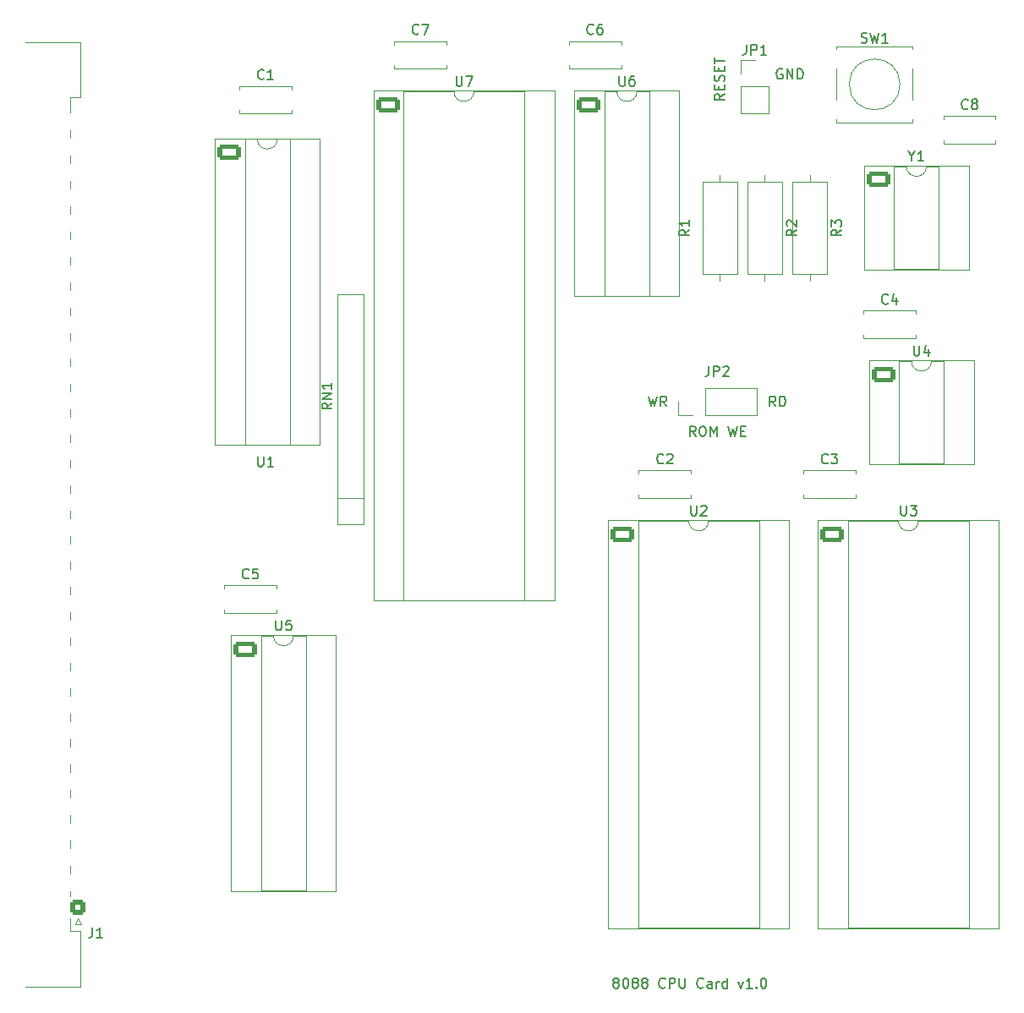
<source format=gto>
G04 #@! TF.GenerationSoftware,KiCad,Pcbnew,9.0.6*
G04 #@! TF.CreationDate,2026-01-24T19:03:13+11:00*
G04 #@! TF.ProjectId,MECB_8088_CPU,4d454342-5f38-4303-9838-5f4350552e6b,1.0*
G04 #@! TF.SameCoordinates,Original*
G04 #@! TF.FileFunction,Legend,Top*
G04 #@! TF.FilePolarity,Positive*
%FSLAX46Y46*%
G04 Gerber Fmt 4.6, Leading zero omitted, Abs format (unit mm)*
G04 Created by KiCad (PCBNEW 9.0.6) date 2026-01-24 19:03:13*
%MOMM*%
%LPD*%
G01*
G04 APERTURE LIST*
G04 Aperture macros list*
%AMRoundRect*
0 Rectangle with rounded corners*
0 $1 Rounding radius*
0 $2 $3 $4 $5 $6 $7 $8 $9 X,Y pos of 4 corners*
0 Add a 4 corners polygon primitive as box body*
4,1,4,$2,$3,$4,$5,$6,$7,$8,$9,$2,$3,0*
0 Add four circle primitives for the rounded corners*
1,1,$1+$1,$2,$3*
1,1,$1+$1,$4,$5*
1,1,$1+$1,$6,$7*
1,1,$1+$1,$8,$9*
0 Add four rect primitives between the rounded corners*
20,1,$1+$1,$2,$3,$4,$5,0*
20,1,$1+$1,$4,$5,$6,$7,0*
20,1,$1+$1,$6,$7,$8,$9,0*
20,1,$1+$1,$8,$9,$2,$3,0*%
G04 Aperture macros list end*
%ADD10C,0.150000*%
%ADD11C,0.120000*%
%ADD12C,3.200000*%
%ADD13C,2.850000*%
%ADD14RoundRect,0.249550X0.525450X-0.525450X0.525450X0.525450X-0.525450X0.525450X-0.525450X-0.525450X0*%
%ADD15C,1.550000*%
%ADD16C,1.397000*%
%ADD17C,1.600000*%
%ADD18RoundRect,0.250000X-0.950000X-0.550000X0.950000X-0.550000X0.950000X0.550000X-0.950000X0.550000X0*%
%ADD19O,2.400000X1.600000*%
%ADD20R,1.600000X1.600000*%
%ADD21R,1.700000X1.700000*%
%ADD22C,1.700000*%
G04 APERTURE END LIST*
D10*
X172238095Y-51962438D02*
X172142857Y-51914819D01*
X172142857Y-51914819D02*
X172000000Y-51914819D01*
X172000000Y-51914819D02*
X171857143Y-51962438D01*
X171857143Y-51962438D02*
X171761905Y-52057676D01*
X171761905Y-52057676D02*
X171714286Y-52152914D01*
X171714286Y-52152914D02*
X171666667Y-52343390D01*
X171666667Y-52343390D02*
X171666667Y-52486247D01*
X171666667Y-52486247D02*
X171714286Y-52676723D01*
X171714286Y-52676723D02*
X171761905Y-52771961D01*
X171761905Y-52771961D02*
X171857143Y-52867200D01*
X171857143Y-52867200D02*
X172000000Y-52914819D01*
X172000000Y-52914819D02*
X172095238Y-52914819D01*
X172095238Y-52914819D02*
X172238095Y-52867200D01*
X172238095Y-52867200D02*
X172285714Y-52819580D01*
X172285714Y-52819580D02*
X172285714Y-52486247D01*
X172285714Y-52486247D02*
X172095238Y-52486247D01*
X172714286Y-52914819D02*
X172714286Y-51914819D01*
X172714286Y-51914819D02*
X173285714Y-52914819D01*
X173285714Y-52914819D02*
X173285714Y-51914819D01*
X173761905Y-52914819D02*
X173761905Y-51914819D01*
X173761905Y-51914819D02*
X174000000Y-51914819D01*
X174000000Y-51914819D02*
X174142857Y-51962438D01*
X174142857Y-51962438D02*
X174238095Y-52057676D01*
X174238095Y-52057676D02*
X174285714Y-52152914D01*
X174285714Y-52152914D02*
X174333333Y-52343390D01*
X174333333Y-52343390D02*
X174333333Y-52486247D01*
X174333333Y-52486247D02*
X174285714Y-52676723D01*
X174285714Y-52676723D02*
X174238095Y-52771961D01*
X174238095Y-52771961D02*
X174142857Y-52867200D01*
X174142857Y-52867200D02*
X174000000Y-52914819D01*
X174000000Y-52914819D02*
X173761905Y-52914819D01*
X158841429Y-84684819D02*
X159079524Y-85684819D01*
X159079524Y-85684819D02*
X159270000Y-84970533D01*
X159270000Y-84970533D02*
X159460476Y-85684819D01*
X159460476Y-85684819D02*
X159698572Y-84684819D01*
X160650952Y-85684819D02*
X160317619Y-85208628D01*
X160079524Y-85684819D02*
X160079524Y-84684819D01*
X160079524Y-84684819D02*
X160460476Y-84684819D01*
X160460476Y-84684819D02*
X160555714Y-84732438D01*
X160555714Y-84732438D02*
X160603333Y-84780057D01*
X160603333Y-84780057D02*
X160650952Y-84875295D01*
X160650952Y-84875295D02*
X160650952Y-85018152D01*
X160650952Y-85018152D02*
X160603333Y-85113390D01*
X160603333Y-85113390D02*
X160555714Y-85161009D01*
X160555714Y-85161009D02*
X160460476Y-85208628D01*
X160460476Y-85208628D02*
X160079524Y-85208628D01*
X171579523Y-85684819D02*
X171246190Y-85208628D01*
X171008095Y-85684819D02*
X171008095Y-84684819D01*
X171008095Y-84684819D02*
X171389047Y-84684819D01*
X171389047Y-84684819D02*
X171484285Y-84732438D01*
X171484285Y-84732438D02*
X171531904Y-84780057D01*
X171531904Y-84780057D02*
X171579523Y-84875295D01*
X171579523Y-84875295D02*
X171579523Y-85018152D01*
X171579523Y-85018152D02*
X171531904Y-85113390D01*
X171531904Y-85113390D02*
X171484285Y-85161009D01*
X171484285Y-85161009D02*
X171389047Y-85208628D01*
X171389047Y-85208628D02*
X171008095Y-85208628D01*
X172008095Y-85684819D02*
X172008095Y-84684819D01*
X172008095Y-84684819D02*
X172246190Y-84684819D01*
X172246190Y-84684819D02*
X172389047Y-84732438D01*
X172389047Y-84732438D02*
X172484285Y-84827676D01*
X172484285Y-84827676D02*
X172531904Y-84922914D01*
X172531904Y-84922914D02*
X172579523Y-85113390D01*
X172579523Y-85113390D02*
X172579523Y-85256247D01*
X172579523Y-85256247D02*
X172531904Y-85446723D01*
X172531904Y-85446723D02*
X172484285Y-85541961D01*
X172484285Y-85541961D02*
X172389047Y-85637200D01*
X172389047Y-85637200D02*
X172246190Y-85684819D01*
X172246190Y-85684819D02*
X172008095Y-85684819D01*
X163579523Y-88684819D02*
X163246190Y-88208628D01*
X163008095Y-88684819D02*
X163008095Y-87684819D01*
X163008095Y-87684819D02*
X163389047Y-87684819D01*
X163389047Y-87684819D02*
X163484285Y-87732438D01*
X163484285Y-87732438D02*
X163531904Y-87780057D01*
X163531904Y-87780057D02*
X163579523Y-87875295D01*
X163579523Y-87875295D02*
X163579523Y-88018152D01*
X163579523Y-88018152D02*
X163531904Y-88113390D01*
X163531904Y-88113390D02*
X163484285Y-88161009D01*
X163484285Y-88161009D02*
X163389047Y-88208628D01*
X163389047Y-88208628D02*
X163008095Y-88208628D01*
X164198571Y-87684819D02*
X164389047Y-87684819D01*
X164389047Y-87684819D02*
X164484285Y-87732438D01*
X164484285Y-87732438D02*
X164579523Y-87827676D01*
X164579523Y-87827676D02*
X164627142Y-88018152D01*
X164627142Y-88018152D02*
X164627142Y-88351485D01*
X164627142Y-88351485D02*
X164579523Y-88541961D01*
X164579523Y-88541961D02*
X164484285Y-88637200D01*
X164484285Y-88637200D02*
X164389047Y-88684819D01*
X164389047Y-88684819D02*
X164198571Y-88684819D01*
X164198571Y-88684819D02*
X164103333Y-88637200D01*
X164103333Y-88637200D02*
X164008095Y-88541961D01*
X164008095Y-88541961D02*
X163960476Y-88351485D01*
X163960476Y-88351485D02*
X163960476Y-88018152D01*
X163960476Y-88018152D02*
X164008095Y-87827676D01*
X164008095Y-87827676D02*
X164103333Y-87732438D01*
X164103333Y-87732438D02*
X164198571Y-87684819D01*
X165055714Y-88684819D02*
X165055714Y-87684819D01*
X165055714Y-87684819D02*
X165389047Y-88399104D01*
X165389047Y-88399104D02*
X165722380Y-87684819D01*
X165722380Y-87684819D02*
X165722380Y-88684819D01*
X166865238Y-87684819D02*
X167103333Y-88684819D01*
X167103333Y-88684819D02*
X167293809Y-87970533D01*
X167293809Y-87970533D02*
X167484285Y-88684819D01*
X167484285Y-88684819D02*
X167722381Y-87684819D01*
X168103333Y-88161009D02*
X168436666Y-88161009D01*
X168579523Y-88684819D02*
X168103333Y-88684819D01*
X168103333Y-88684819D02*
X168103333Y-87684819D01*
X168103333Y-87684819D02*
X168579523Y-87684819D01*
X166454819Y-54412381D02*
X165978628Y-54745714D01*
X166454819Y-54983809D02*
X165454819Y-54983809D01*
X165454819Y-54983809D02*
X165454819Y-54602857D01*
X165454819Y-54602857D02*
X165502438Y-54507619D01*
X165502438Y-54507619D02*
X165550057Y-54460000D01*
X165550057Y-54460000D02*
X165645295Y-54412381D01*
X165645295Y-54412381D02*
X165788152Y-54412381D01*
X165788152Y-54412381D02*
X165883390Y-54460000D01*
X165883390Y-54460000D02*
X165931009Y-54507619D01*
X165931009Y-54507619D02*
X165978628Y-54602857D01*
X165978628Y-54602857D02*
X165978628Y-54983809D01*
X165931009Y-53983809D02*
X165931009Y-53650476D01*
X166454819Y-53507619D02*
X166454819Y-53983809D01*
X166454819Y-53983809D02*
X165454819Y-53983809D01*
X165454819Y-53983809D02*
X165454819Y-53507619D01*
X166407200Y-53126666D02*
X166454819Y-52983809D01*
X166454819Y-52983809D02*
X166454819Y-52745714D01*
X166454819Y-52745714D02*
X166407200Y-52650476D01*
X166407200Y-52650476D02*
X166359580Y-52602857D01*
X166359580Y-52602857D02*
X166264342Y-52555238D01*
X166264342Y-52555238D02*
X166169104Y-52555238D01*
X166169104Y-52555238D02*
X166073866Y-52602857D01*
X166073866Y-52602857D02*
X166026247Y-52650476D01*
X166026247Y-52650476D02*
X165978628Y-52745714D01*
X165978628Y-52745714D02*
X165931009Y-52936190D01*
X165931009Y-52936190D02*
X165883390Y-53031428D01*
X165883390Y-53031428D02*
X165835771Y-53079047D01*
X165835771Y-53079047D02*
X165740533Y-53126666D01*
X165740533Y-53126666D02*
X165645295Y-53126666D01*
X165645295Y-53126666D02*
X165550057Y-53079047D01*
X165550057Y-53079047D02*
X165502438Y-53031428D01*
X165502438Y-53031428D02*
X165454819Y-52936190D01*
X165454819Y-52936190D02*
X165454819Y-52698095D01*
X165454819Y-52698095D02*
X165502438Y-52555238D01*
X165931009Y-52126666D02*
X165931009Y-51793333D01*
X166454819Y-51650476D02*
X166454819Y-52126666D01*
X166454819Y-52126666D02*
X165454819Y-52126666D01*
X165454819Y-52126666D02*
X165454819Y-51650476D01*
X165454819Y-51364761D02*
X165454819Y-50793333D01*
X166454819Y-51079047D02*
X165454819Y-51079047D01*
X155523809Y-143383390D02*
X155428571Y-143335771D01*
X155428571Y-143335771D02*
X155380952Y-143288152D01*
X155380952Y-143288152D02*
X155333333Y-143192914D01*
X155333333Y-143192914D02*
X155333333Y-143145295D01*
X155333333Y-143145295D02*
X155380952Y-143050057D01*
X155380952Y-143050057D02*
X155428571Y-143002438D01*
X155428571Y-143002438D02*
X155523809Y-142954819D01*
X155523809Y-142954819D02*
X155714285Y-142954819D01*
X155714285Y-142954819D02*
X155809523Y-143002438D01*
X155809523Y-143002438D02*
X155857142Y-143050057D01*
X155857142Y-143050057D02*
X155904761Y-143145295D01*
X155904761Y-143145295D02*
X155904761Y-143192914D01*
X155904761Y-143192914D02*
X155857142Y-143288152D01*
X155857142Y-143288152D02*
X155809523Y-143335771D01*
X155809523Y-143335771D02*
X155714285Y-143383390D01*
X155714285Y-143383390D02*
X155523809Y-143383390D01*
X155523809Y-143383390D02*
X155428571Y-143431009D01*
X155428571Y-143431009D02*
X155380952Y-143478628D01*
X155380952Y-143478628D02*
X155333333Y-143573866D01*
X155333333Y-143573866D02*
X155333333Y-143764342D01*
X155333333Y-143764342D02*
X155380952Y-143859580D01*
X155380952Y-143859580D02*
X155428571Y-143907200D01*
X155428571Y-143907200D02*
X155523809Y-143954819D01*
X155523809Y-143954819D02*
X155714285Y-143954819D01*
X155714285Y-143954819D02*
X155809523Y-143907200D01*
X155809523Y-143907200D02*
X155857142Y-143859580D01*
X155857142Y-143859580D02*
X155904761Y-143764342D01*
X155904761Y-143764342D02*
X155904761Y-143573866D01*
X155904761Y-143573866D02*
X155857142Y-143478628D01*
X155857142Y-143478628D02*
X155809523Y-143431009D01*
X155809523Y-143431009D02*
X155714285Y-143383390D01*
X156523809Y-142954819D02*
X156619047Y-142954819D01*
X156619047Y-142954819D02*
X156714285Y-143002438D01*
X156714285Y-143002438D02*
X156761904Y-143050057D01*
X156761904Y-143050057D02*
X156809523Y-143145295D01*
X156809523Y-143145295D02*
X156857142Y-143335771D01*
X156857142Y-143335771D02*
X156857142Y-143573866D01*
X156857142Y-143573866D02*
X156809523Y-143764342D01*
X156809523Y-143764342D02*
X156761904Y-143859580D01*
X156761904Y-143859580D02*
X156714285Y-143907200D01*
X156714285Y-143907200D02*
X156619047Y-143954819D01*
X156619047Y-143954819D02*
X156523809Y-143954819D01*
X156523809Y-143954819D02*
X156428571Y-143907200D01*
X156428571Y-143907200D02*
X156380952Y-143859580D01*
X156380952Y-143859580D02*
X156333333Y-143764342D01*
X156333333Y-143764342D02*
X156285714Y-143573866D01*
X156285714Y-143573866D02*
X156285714Y-143335771D01*
X156285714Y-143335771D02*
X156333333Y-143145295D01*
X156333333Y-143145295D02*
X156380952Y-143050057D01*
X156380952Y-143050057D02*
X156428571Y-143002438D01*
X156428571Y-143002438D02*
X156523809Y-142954819D01*
X157428571Y-143383390D02*
X157333333Y-143335771D01*
X157333333Y-143335771D02*
X157285714Y-143288152D01*
X157285714Y-143288152D02*
X157238095Y-143192914D01*
X157238095Y-143192914D02*
X157238095Y-143145295D01*
X157238095Y-143145295D02*
X157285714Y-143050057D01*
X157285714Y-143050057D02*
X157333333Y-143002438D01*
X157333333Y-143002438D02*
X157428571Y-142954819D01*
X157428571Y-142954819D02*
X157619047Y-142954819D01*
X157619047Y-142954819D02*
X157714285Y-143002438D01*
X157714285Y-143002438D02*
X157761904Y-143050057D01*
X157761904Y-143050057D02*
X157809523Y-143145295D01*
X157809523Y-143145295D02*
X157809523Y-143192914D01*
X157809523Y-143192914D02*
X157761904Y-143288152D01*
X157761904Y-143288152D02*
X157714285Y-143335771D01*
X157714285Y-143335771D02*
X157619047Y-143383390D01*
X157619047Y-143383390D02*
X157428571Y-143383390D01*
X157428571Y-143383390D02*
X157333333Y-143431009D01*
X157333333Y-143431009D02*
X157285714Y-143478628D01*
X157285714Y-143478628D02*
X157238095Y-143573866D01*
X157238095Y-143573866D02*
X157238095Y-143764342D01*
X157238095Y-143764342D02*
X157285714Y-143859580D01*
X157285714Y-143859580D02*
X157333333Y-143907200D01*
X157333333Y-143907200D02*
X157428571Y-143954819D01*
X157428571Y-143954819D02*
X157619047Y-143954819D01*
X157619047Y-143954819D02*
X157714285Y-143907200D01*
X157714285Y-143907200D02*
X157761904Y-143859580D01*
X157761904Y-143859580D02*
X157809523Y-143764342D01*
X157809523Y-143764342D02*
X157809523Y-143573866D01*
X157809523Y-143573866D02*
X157761904Y-143478628D01*
X157761904Y-143478628D02*
X157714285Y-143431009D01*
X157714285Y-143431009D02*
X157619047Y-143383390D01*
X158380952Y-143383390D02*
X158285714Y-143335771D01*
X158285714Y-143335771D02*
X158238095Y-143288152D01*
X158238095Y-143288152D02*
X158190476Y-143192914D01*
X158190476Y-143192914D02*
X158190476Y-143145295D01*
X158190476Y-143145295D02*
X158238095Y-143050057D01*
X158238095Y-143050057D02*
X158285714Y-143002438D01*
X158285714Y-143002438D02*
X158380952Y-142954819D01*
X158380952Y-142954819D02*
X158571428Y-142954819D01*
X158571428Y-142954819D02*
X158666666Y-143002438D01*
X158666666Y-143002438D02*
X158714285Y-143050057D01*
X158714285Y-143050057D02*
X158761904Y-143145295D01*
X158761904Y-143145295D02*
X158761904Y-143192914D01*
X158761904Y-143192914D02*
X158714285Y-143288152D01*
X158714285Y-143288152D02*
X158666666Y-143335771D01*
X158666666Y-143335771D02*
X158571428Y-143383390D01*
X158571428Y-143383390D02*
X158380952Y-143383390D01*
X158380952Y-143383390D02*
X158285714Y-143431009D01*
X158285714Y-143431009D02*
X158238095Y-143478628D01*
X158238095Y-143478628D02*
X158190476Y-143573866D01*
X158190476Y-143573866D02*
X158190476Y-143764342D01*
X158190476Y-143764342D02*
X158238095Y-143859580D01*
X158238095Y-143859580D02*
X158285714Y-143907200D01*
X158285714Y-143907200D02*
X158380952Y-143954819D01*
X158380952Y-143954819D02*
X158571428Y-143954819D01*
X158571428Y-143954819D02*
X158666666Y-143907200D01*
X158666666Y-143907200D02*
X158714285Y-143859580D01*
X158714285Y-143859580D02*
X158761904Y-143764342D01*
X158761904Y-143764342D02*
X158761904Y-143573866D01*
X158761904Y-143573866D02*
X158714285Y-143478628D01*
X158714285Y-143478628D02*
X158666666Y-143431009D01*
X158666666Y-143431009D02*
X158571428Y-143383390D01*
X160523809Y-143859580D02*
X160476190Y-143907200D01*
X160476190Y-143907200D02*
X160333333Y-143954819D01*
X160333333Y-143954819D02*
X160238095Y-143954819D01*
X160238095Y-143954819D02*
X160095238Y-143907200D01*
X160095238Y-143907200D02*
X160000000Y-143811961D01*
X160000000Y-143811961D02*
X159952381Y-143716723D01*
X159952381Y-143716723D02*
X159904762Y-143526247D01*
X159904762Y-143526247D02*
X159904762Y-143383390D01*
X159904762Y-143383390D02*
X159952381Y-143192914D01*
X159952381Y-143192914D02*
X160000000Y-143097676D01*
X160000000Y-143097676D02*
X160095238Y-143002438D01*
X160095238Y-143002438D02*
X160238095Y-142954819D01*
X160238095Y-142954819D02*
X160333333Y-142954819D01*
X160333333Y-142954819D02*
X160476190Y-143002438D01*
X160476190Y-143002438D02*
X160523809Y-143050057D01*
X160952381Y-143954819D02*
X160952381Y-142954819D01*
X160952381Y-142954819D02*
X161333333Y-142954819D01*
X161333333Y-142954819D02*
X161428571Y-143002438D01*
X161428571Y-143002438D02*
X161476190Y-143050057D01*
X161476190Y-143050057D02*
X161523809Y-143145295D01*
X161523809Y-143145295D02*
X161523809Y-143288152D01*
X161523809Y-143288152D02*
X161476190Y-143383390D01*
X161476190Y-143383390D02*
X161428571Y-143431009D01*
X161428571Y-143431009D02*
X161333333Y-143478628D01*
X161333333Y-143478628D02*
X160952381Y-143478628D01*
X161952381Y-142954819D02*
X161952381Y-143764342D01*
X161952381Y-143764342D02*
X162000000Y-143859580D01*
X162000000Y-143859580D02*
X162047619Y-143907200D01*
X162047619Y-143907200D02*
X162142857Y-143954819D01*
X162142857Y-143954819D02*
X162333333Y-143954819D01*
X162333333Y-143954819D02*
X162428571Y-143907200D01*
X162428571Y-143907200D02*
X162476190Y-143859580D01*
X162476190Y-143859580D02*
X162523809Y-143764342D01*
X162523809Y-143764342D02*
X162523809Y-142954819D01*
X164333333Y-143859580D02*
X164285714Y-143907200D01*
X164285714Y-143907200D02*
X164142857Y-143954819D01*
X164142857Y-143954819D02*
X164047619Y-143954819D01*
X164047619Y-143954819D02*
X163904762Y-143907200D01*
X163904762Y-143907200D02*
X163809524Y-143811961D01*
X163809524Y-143811961D02*
X163761905Y-143716723D01*
X163761905Y-143716723D02*
X163714286Y-143526247D01*
X163714286Y-143526247D02*
X163714286Y-143383390D01*
X163714286Y-143383390D02*
X163761905Y-143192914D01*
X163761905Y-143192914D02*
X163809524Y-143097676D01*
X163809524Y-143097676D02*
X163904762Y-143002438D01*
X163904762Y-143002438D02*
X164047619Y-142954819D01*
X164047619Y-142954819D02*
X164142857Y-142954819D01*
X164142857Y-142954819D02*
X164285714Y-143002438D01*
X164285714Y-143002438D02*
X164333333Y-143050057D01*
X165190476Y-143954819D02*
X165190476Y-143431009D01*
X165190476Y-143431009D02*
X165142857Y-143335771D01*
X165142857Y-143335771D02*
X165047619Y-143288152D01*
X165047619Y-143288152D02*
X164857143Y-143288152D01*
X164857143Y-143288152D02*
X164761905Y-143335771D01*
X165190476Y-143907200D02*
X165095238Y-143954819D01*
X165095238Y-143954819D02*
X164857143Y-143954819D01*
X164857143Y-143954819D02*
X164761905Y-143907200D01*
X164761905Y-143907200D02*
X164714286Y-143811961D01*
X164714286Y-143811961D02*
X164714286Y-143716723D01*
X164714286Y-143716723D02*
X164761905Y-143621485D01*
X164761905Y-143621485D02*
X164857143Y-143573866D01*
X164857143Y-143573866D02*
X165095238Y-143573866D01*
X165095238Y-143573866D02*
X165190476Y-143526247D01*
X165666667Y-143954819D02*
X165666667Y-143288152D01*
X165666667Y-143478628D02*
X165714286Y-143383390D01*
X165714286Y-143383390D02*
X165761905Y-143335771D01*
X165761905Y-143335771D02*
X165857143Y-143288152D01*
X165857143Y-143288152D02*
X165952381Y-143288152D01*
X166714286Y-143954819D02*
X166714286Y-142954819D01*
X166714286Y-143907200D02*
X166619048Y-143954819D01*
X166619048Y-143954819D02*
X166428572Y-143954819D01*
X166428572Y-143954819D02*
X166333334Y-143907200D01*
X166333334Y-143907200D02*
X166285715Y-143859580D01*
X166285715Y-143859580D02*
X166238096Y-143764342D01*
X166238096Y-143764342D02*
X166238096Y-143478628D01*
X166238096Y-143478628D02*
X166285715Y-143383390D01*
X166285715Y-143383390D02*
X166333334Y-143335771D01*
X166333334Y-143335771D02*
X166428572Y-143288152D01*
X166428572Y-143288152D02*
X166619048Y-143288152D01*
X166619048Y-143288152D02*
X166714286Y-143335771D01*
X167857144Y-143288152D02*
X168095239Y-143954819D01*
X168095239Y-143954819D02*
X168333334Y-143288152D01*
X169238096Y-143954819D02*
X168666668Y-143954819D01*
X168952382Y-143954819D02*
X168952382Y-142954819D01*
X168952382Y-142954819D02*
X168857144Y-143097676D01*
X168857144Y-143097676D02*
X168761906Y-143192914D01*
X168761906Y-143192914D02*
X168666668Y-143240533D01*
X169666668Y-143859580D02*
X169714287Y-143907200D01*
X169714287Y-143907200D02*
X169666668Y-143954819D01*
X169666668Y-143954819D02*
X169619049Y-143907200D01*
X169619049Y-143907200D02*
X169666668Y-143859580D01*
X169666668Y-143859580D02*
X169666668Y-143954819D01*
X170333334Y-142954819D02*
X170428572Y-142954819D01*
X170428572Y-142954819D02*
X170523810Y-143002438D01*
X170523810Y-143002438D02*
X170571429Y-143050057D01*
X170571429Y-143050057D02*
X170619048Y-143145295D01*
X170619048Y-143145295D02*
X170666667Y-143335771D01*
X170666667Y-143335771D02*
X170666667Y-143573866D01*
X170666667Y-143573866D02*
X170619048Y-143764342D01*
X170619048Y-143764342D02*
X170571429Y-143859580D01*
X170571429Y-143859580D02*
X170523810Y-143907200D01*
X170523810Y-143907200D02*
X170428572Y-143954819D01*
X170428572Y-143954819D02*
X170333334Y-143954819D01*
X170333334Y-143954819D02*
X170238096Y-143907200D01*
X170238096Y-143907200D02*
X170190477Y-143859580D01*
X170190477Y-143859580D02*
X170142858Y-143764342D01*
X170142858Y-143764342D02*
X170095239Y-143573866D01*
X170095239Y-143573866D02*
X170095239Y-143335771D01*
X170095239Y-143335771D02*
X170142858Y-143145295D01*
X170142858Y-143145295D02*
X170190477Y-143050057D01*
X170190477Y-143050057D02*
X170238096Y-143002438D01*
X170238096Y-143002438D02*
X170333334Y-142954819D01*
X103171666Y-137884819D02*
X103171666Y-138599104D01*
X103171666Y-138599104D02*
X103124047Y-138741961D01*
X103124047Y-138741961D02*
X103028809Y-138837200D01*
X103028809Y-138837200D02*
X102885952Y-138884819D01*
X102885952Y-138884819D02*
X102790714Y-138884819D01*
X104171666Y-138884819D02*
X103600238Y-138884819D01*
X103885952Y-138884819D02*
X103885952Y-137884819D01*
X103885952Y-137884819D02*
X103790714Y-138027676D01*
X103790714Y-138027676D02*
X103695476Y-138122914D01*
X103695476Y-138122914D02*
X103600238Y-138170533D01*
X180166667Y-49247200D02*
X180309524Y-49294819D01*
X180309524Y-49294819D02*
X180547619Y-49294819D01*
X180547619Y-49294819D02*
X180642857Y-49247200D01*
X180642857Y-49247200D02*
X180690476Y-49199580D01*
X180690476Y-49199580D02*
X180738095Y-49104342D01*
X180738095Y-49104342D02*
X180738095Y-49009104D01*
X180738095Y-49009104D02*
X180690476Y-48913866D01*
X180690476Y-48913866D02*
X180642857Y-48866247D01*
X180642857Y-48866247D02*
X180547619Y-48818628D01*
X180547619Y-48818628D02*
X180357143Y-48771009D01*
X180357143Y-48771009D02*
X180261905Y-48723390D01*
X180261905Y-48723390D02*
X180214286Y-48675771D01*
X180214286Y-48675771D02*
X180166667Y-48580533D01*
X180166667Y-48580533D02*
X180166667Y-48485295D01*
X180166667Y-48485295D02*
X180214286Y-48390057D01*
X180214286Y-48390057D02*
X180261905Y-48342438D01*
X180261905Y-48342438D02*
X180357143Y-48294819D01*
X180357143Y-48294819D02*
X180595238Y-48294819D01*
X180595238Y-48294819D02*
X180738095Y-48342438D01*
X181071429Y-48294819D02*
X181309524Y-49294819D01*
X181309524Y-49294819D02*
X181500000Y-48580533D01*
X181500000Y-48580533D02*
X181690476Y-49294819D01*
X181690476Y-49294819D02*
X181928572Y-48294819D01*
X182833333Y-49294819D02*
X182261905Y-49294819D01*
X182547619Y-49294819D02*
X182547619Y-48294819D01*
X182547619Y-48294819D02*
X182452381Y-48437676D01*
X182452381Y-48437676D02*
X182357143Y-48532914D01*
X182357143Y-48532914D02*
X182261905Y-48580533D01*
X182833333Y-75359580D02*
X182785714Y-75407200D01*
X182785714Y-75407200D02*
X182642857Y-75454819D01*
X182642857Y-75454819D02*
X182547619Y-75454819D01*
X182547619Y-75454819D02*
X182404762Y-75407200D01*
X182404762Y-75407200D02*
X182309524Y-75311961D01*
X182309524Y-75311961D02*
X182261905Y-75216723D01*
X182261905Y-75216723D02*
X182214286Y-75026247D01*
X182214286Y-75026247D02*
X182214286Y-74883390D01*
X182214286Y-74883390D02*
X182261905Y-74692914D01*
X182261905Y-74692914D02*
X182309524Y-74597676D01*
X182309524Y-74597676D02*
X182404762Y-74502438D01*
X182404762Y-74502438D02*
X182547619Y-74454819D01*
X182547619Y-74454819D02*
X182642857Y-74454819D01*
X182642857Y-74454819D02*
X182785714Y-74502438D01*
X182785714Y-74502438D02*
X182833333Y-74550057D01*
X183690476Y-74788152D02*
X183690476Y-75454819D01*
X183452381Y-74407200D02*
X183214286Y-75121485D01*
X183214286Y-75121485D02*
X183833333Y-75121485D01*
X163118095Y-95624819D02*
X163118095Y-96434342D01*
X163118095Y-96434342D02*
X163165714Y-96529580D01*
X163165714Y-96529580D02*
X163213333Y-96577200D01*
X163213333Y-96577200D02*
X163308571Y-96624819D01*
X163308571Y-96624819D02*
X163499047Y-96624819D01*
X163499047Y-96624819D02*
X163594285Y-96577200D01*
X163594285Y-96577200D02*
X163641904Y-96529580D01*
X163641904Y-96529580D02*
X163689523Y-96434342D01*
X163689523Y-96434342D02*
X163689523Y-95624819D01*
X164118095Y-95720057D02*
X164165714Y-95672438D01*
X164165714Y-95672438D02*
X164260952Y-95624819D01*
X164260952Y-95624819D02*
X164499047Y-95624819D01*
X164499047Y-95624819D02*
X164594285Y-95672438D01*
X164594285Y-95672438D02*
X164641904Y-95720057D01*
X164641904Y-95720057D02*
X164689523Y-95815295D01*
X164689523Y-95815295D02*
X164689523Y-95910533D01*
X164689523Y-95910533D02*
X164641904Y-96053390D01*
X164641904Y-96053390D02*
X164070476Y-96624819D01*
X164070476Y-96624819D02*
X164689523Y-96624819D01*
X127144819Y-85380476D02*
X126668628Y-85713809D01*
X127144819Y-85951904D02*
X126144819Y-85951904D01*
X126144819Y-85951904D02*
X126144819Y-85570952D01*
X126144819Y-85570952D02*
X126192438Y-85475714D01*
X126192438Y-85475714D02*
X126240057Y-85428095D01*
X126240057Y-85428095D02*
X126335295Y-85380476D01*
X126335295Y-85380476D02*
X126478152Y-85380476D01*
X126478152Y-85380476D02*
X126573390Y-85428095D01*
X126573390Y-85428095D02*
X126621009Y-85475714D01*
X126621009Y-85475714D02*
X126668628Y-85570952D01*
X126668628Y-85570952D02*
X126668628Y-85951904D01*
X127144819Y-84951904D02*
X126144819Y-84951904D01*
X126144819Y-84951904D02*
X127144819Y-84380476D01*
X127144819Y-84380476D02*
X126144819Y-84380476D01*
X127144819Y-83380476D02*
X127144819Y-83951904D01*
X127144819Y-83666190D02*
X126144819Y-83666190D01*
X126144819Y-83666190D02*
X126287676Y-83761428D01*
X126287676Y-83761428D02*
X126382914Y-83856666D01*
X126382914Y-83856666D02*
X126430533Y-83951904D01*
X160333333Y-91359580D02*
X160285714Y-91407200D01*
X160285714Y-91407200D02*
X160142857Y-91454819D01*
X160142857Y-91454819D02*
X160047619Y-91454819D01*
X160047619Y-91454819D02*
X159904762Y-91407200D01*
X159904762Y-91407200D02*
X159809524Y-91311961D01*
X159809524Y-91311961D02*
X159761905Y-91216723D01*
X159761905Y-91216723D02*
X159714286Y-91026247D01*
X159714286Y-91026247D02*
X159714286Y-90883390D01*
X159714286Y-90883390D02*
X159761905Y-90692914D01*
X159761905Y-90692914D02*
X159809524Y-90597676D01*
X159809524Y-90597676D02*
X159904762Y-90502438D01*
X159904762Y-90502438D02*
X160047619Y-90454819D01*
X160047619Y-90454819D02*
X160142857Y-90454819D01*
X160142857Y-90454819D02*
X160285714Y-90502438D01*
X160285714Y-90502438D02*
X160333333Y-90550057D01*
X160714286Y-90550057D02*
X160761905Y-90502438D01*
X160761905Y-90502438D02*
X160857143Y-90454819D01*
X160857143Y-90454819D02*
X161095238Y-90454819D01*
X161095238Y-90454819D02*
X161190476Y-90502438D01*
X161190476Y-90502438D02*
X161238095Y-90550057D01*
X161238095Y-90550057D02*
X161285714Y-90645295D01*
X161285714Y-90645295D02*
X161285714Y-90740533D01*
X161285714Y-90740533D02*
X161238095Y-90883390D01*
X161238095Y-90883390D02*
X160666667Y-91454819D01*
X160666667Y-91454819D02*
X161285714Y-91454819D01*
X176833333Y-91359580D02*
X176785714Y-91407200D01*
X176785714Y-91407200D02*
X176642857Y-91454819D01*
X176642857Y-91454819D02*
X176547619Y-91454819D01*
X176547619Y-91454819D02*
X176404762Y-91407200D01*
X176404762Y-91407200D02*
X176309524Y-91311961D01*
X176309524Y-91311961D02*
X176261905Y-91216723D01*
X176261905Y-91216723D02*
X176214286Y-91026247D01*
X176214286Y-91026247D02*
X176214286Y-90883390D01*
X176214286Y-90883390D02*
X176261905Y-90692914D01*
X176261905Y-90692914D02*
X176309524Y-90597676D01*
X176309524Y-90597676D02*
X176404762Y-90502438D01*
X176404762Y-90502438D02*
X176547619Y-90454819D01*
X176547619Y-90454819D02*
X176642857Y-90454819D01*
X176642857Y-90454819D02*
X176785714Y-90502438D01*
X176785714Y-90502438D02*
X176833333Y-90550057D01*
X177166667Y-90454819D02*
X177785714Y-90454819D01*
X177785714Y-90454819D02*
X177452381Y-90835771D01*
X177452381Y-90835771D02*
X177595238Y-90835771D01*
X177595238Y-90835771D02*
X177690476Y-90883390D01*
X177690476Y-90883390D02*
X177738095Y-90931009D01*
X177738095Y-90931009D02*
X177785714Y-91026247D01*
X177785714Y-91026247D02*
X177785714Y-91264342D01*
X177785714Y-91264342D02*
X177738095Y-91359580D01*
X177738095Y-91359580D02*
X177690476Y-91407200D01*
X177690476Y-91407200D02*
X177595238Y-91454819D01*
X177595238Y-91454819D02*
X177309524Y-91454819D01*
X177309524Y-91454819D02*
X177214286Y-91407200D01*
X177214286Y-91407200D02*
X177166667Y-91359580D01*
X119738095Y-90714819D02*
X119738095Y-91524342D01*
X119738095Y-91524342D02*
X119785714Y-91619580D01*
X119785714Y-91619580D02*
X119833333Y-91667200D01*
X119833333Y-91667200D02*
X119928571Y-91714819D01*
X119928571Y-91714819D02*
X120119047Y-91714819D01*
X120119047Y-91714819D02*
X120214285Y-91667200D01*
X120214285Y-91667200D02*
X120261904Y-91619580D01*
X120261904Y-91619580D02*
X120309523Y-91524342D01*
X120309523Y-91524342D02*
X120309523Y-90714819D01*
X121309523Y-91714819D02*
X120738095Y-91714819D01*
X121023809Y-91714819D02*
X121023809Y-90714819D01*
X121023809Y-90714819D02*
X120928571Y-90857676D01*
X120928571Y-90857676D02*
X120833333Y-90952914D01*
X120833333Y-90952914D02*
X120738095Y-91000533D01*
X168666666Y-49494819D02*
X168666666Y-50209104D01*
X168666666Y-50209104D02*
X168619047Y-50351961D01*
X168619047Y-50351961D02*
X168523809Y-50447200D01*
X168523809Y-50447200D02*
X168380952Y-50494819D01*
X168380952Y-50494819D02*
X168285714Y-50494819D01*
X169142857Y-50494819D02*
X169142857Y-49494819D01*
X169142857Y-49494819D02*
X169523809Y-49494819D01*
X169523809Y-49494819D02*
X169619047Y-49542438D01*
X169619047Y-49542438D02*
X169666666Y-49590057D01*
X169666666Y-49590057D02*
X169714285Y-49685295D01*
X169714285Y-49685295D02*
X169714285Y-49828152D01*
X169714285Y-49828152D02*
X169666666Y-49923390D01*
X169666666Y-49923390D02*
X169619047Y-49971009D01*
X169619047Y-49971009D02*
X169523809Y-50018628D01*
X169523809Y-50018628D02*
X169142857Y-50018628D01*
X170666666Y-50494819D02*
X170095238Y-50494819D01*
X170380952Y-50494819D02*
X170380952Y-49494819D01*
X170380952Y-49494819D02*
X170285714Y-49637676D01*
X170285714Y-49637676D02*
X170190476Y-49732914D01*
X170190476Y-49732914D02*
X170095238Y-49780533D01*
X185428095Y-79624819D02*
X185428095Y-80434342D01*
X185428095Y-80434342D02*
X185475714Y-80529580D01*
X185475714Y-80529580D02*
X185523333Y-80577200D01*
X185523333Y-80577200D02*
X185618571Y-80624819D01*
X185618571Y-80624819D02*
X185809047Y-80624819D01*
X185809047Y-80624819D02*
X185904285Y-80577200D01*
X185904285Y-80577200D02*
X185951904Y-80529580D01*
X185951904Y-80529580D02*
X185999523Y-80434342D01*
X185999523Y-80434342D02*
X185999523Y-79624819D01*
X186904285Y-79958152D02*
X186904285Y-80624819D01*
X186666190Y-79577200D02*
X186428095Y-80291485D01*
X186428095Y-80291485D02*
X187047142Y-80291485D01*
X190833333Y-55859580D02*
X190785714Y-55907200D01*
X190785714Y-55907200D02*
X190642857Y-55954819D01*
X190642857Y-55954819D02*
X190547619Y-55954819D01*
X190547619Y-55954819D02*
X190404762Y-55907200D01*
X190404762Y-55907200D02*
X190309524Y-55811961D01*
X190309524Y-55811961D02*
X190261905Y-55716723D01*
X190261905Y-55716723D02*
X190214286Y-55526247D01*
X190214286Y-55526247D02*
X190214286Y-55383390D01*
X190214286Y-55383390D02*
X190261905Y-55192914D01*
X190261905Y-55192914D02*
X190309524Y-55097676D01*
X190309524Y-55097676D02*
X190404762Y-55002438D01*
X190404762Y-55002438D02*
X190547619Y-54954819D01*
X190547619Y-54954819D02*
X190642857Y-54954819D01*
X190642857Y-54954819D02*
X190785714Y-55002438D01*
X190785714Y-55002438D02*
X190833333Y-55050057D01*
X191404762Y-55383390D02*
X191309524Y-55335771D01*
X191309524Y-55335771D02*
X191261905Y-55288152D01*
X191261905Y-55288152D02*
X191214286Y-55192914D01*
X191214286Y-55192914D02*
X191214286Y-55145295D01*
X191214286Y-55145295D02*
X191261905Y-55050057D01*
X191261905Y-55050057D02*
X191309524Y-55002438D01*
X191309524Y-55002438D02*
X191404762Y-54954819D01*
X191404762Y-54954819D02*
X191595238Y-54954819D01*
X191595238Y-54954819D02*
X191690476Y-55002438D01*
X191690476Y-55002438D02*
X191738095Y-55050057D01*
X191738095Y-55050057D02*
X191785714Y-55145295D01*
X191785714Y-55145295D02*
X191785714Y-55192914D01*
X191785714Y-55192914D02*
X191738095Y-55288152D01*
X191738095Y-55288152D02*
X191690476Y-55335771D01*
X191690476Y-55335771D02*
X191595238Y-55383390D01*
X191595238Y-55383390D02*
X191404762Y-55383390D01*
X191404762Y-55383390D02*
X191309524Y-55431009D01*
X191309524Y-55431009D02*
X191261905Y-55478628D01*
X191261905Y-55478628D02*
X191214286Y-55573866D01*
X191214286Y-55573866D02*
X191214286Y-55764342D01*
X191214286Y-55764342D02*
X191261905Y-55859580D01*
X191261905Y-55859580D02*
X191309524Y-55907200D01*
X191309524Y-55907200D02*
X191404762Y-55954819D01*
X191404762Y-55954819D02*
X191595238Y-55954819D01*
X191595238Y-55954819D02*
X191690476Y-55907200D01*
X191690476Y-55907200D02*
X191738095Y-55859580D01*
X191738095Y-55859580D02*
X191785714Y-55764342D01*
X191785714Y-55764342D02*
X191785714Y-55573866D01*
X191785714Y-55573866D02*
X191738095Y-55478628D01*
X191738095Y-55478628D02*
X191690476Y-55431009D01*
X191690476Y-55431009D02*
X191595238Y-55383390D01*
X185213809Y-60648628D02*
X185213809Y-61124819D01*
X184880476Y-60124819D02*
X185213809Y-60648628D01*
X185213809Y-60648628D02*
X185547142Y-60124819D01*
X186404285Y-61124819D02*
X185832857Y-61124819D01*
X186118571Y-61124819D02*
X186118571Y-60124819D01*
X186118571Y-60124819D02*
X186023333Y-60267676D01*
X186023333Y-60267676D02*
X185928095Y-60362914D01*
X185928095Y-60362914D02*
X185832857Y-60410533D01*
X120333333Y-52859580D02*
X120285714Y-52907200D01*
X120285714Y-52907200D02*
X120142857Y-52954819D01*
X120142857Y-52954819D02*
X120047619Y-52954819D01*
X120047619Y-52954819D02*
X119904762Y-52907200D01*
X119904762Y-52907200D02*
X119809524Y-52811961D01*
X119809524Y-52811961D02*
X119761905Y-52716723D01*
X119761905Y-52716723D02*
X119714286Y-52526247D01*
X119714286Y-52526247D02*
X119714286Y-52383390D01*
X119714286Y-52383390D02*
X119761905Y-52192914D01*
X119761905Y-52192914D02*
X119809524Y-52097676D01*
X119809524Y-52097676D02*
X119904762Y-52002438D01*
X119904762Y-52002438D02*
X120047619Y-51954819D01*
X120047619Y-51954819D02*
X120142857Y-51954819D01*
X120142857Y-51954819D02*
X120285714Y-52002438D01*
X120285714Y-52002438D02*
X120333333Y-52050057D01*
X121285714Y-52954819D02*
X120714286Y-52954819D01*
X121000000Y-52954819D02*
X121000000Y-51954819D01*
X121000000Y-51954819D02*
X120904762Y-52097676D01*
X120904762Y-52097676D02*
X120809524Y-52192914D01*
X120809524Y-52192914D02*
X120714286Y-52240533D01*
X118833333Y-102859580D02*
X118785714Y-102907200D01*
X118785714Y-102907200D02*
X118642857Y-102954819D01*
X118642857Y-102954819D02*
X118547619Y-102954819D01*
X118547619Y-102954819D02*
X118404762Y-102907200D01*
X118404762Y-102907200D02*
X118309524Y-102811961D01*
X118309524Y-102811961D02*
X118261905Y-102716723D01*
X118261905Y-102716723D02*
X118214286Y-102526247D01*
X118214286Y-102526247D02*
X118214286Y-102383390D01*
X118214286Y-102383390D02*
X118261905Y-102192914D01*
X118261905Y-102192914D02*
X118309524Y-102097676D01*
X118309524Y-102097676D02*
X118404762Y-102002438D01*
X118404762Y-102002438D02*
X118547619Y-101954819D01*
X118547619Y-101954819D02*
X118642857Y-101954819D01*
X118642857Y-101954819D02*
X118785714Y-102002438D01*
X118785714Y-102002438D02*
X118833333Y-102050057D01*
X119738095Y-101954819D02*
X119261905Y-101954819D01*
X119261905Y-101954819D02*
X119214286Y-102431009D01*
X119214286Y-102431009D02*
X119261905Y-102383390D01*
X119261905Y-102383390D02*
X119357143Y-102335771D01*
X119357143Y-102335771D02*
X119595238Y-102335771D01*
X119595238Y-102335771D02*
X119690476Y-102383390D01*
X119690476Y-102383390D02*
X119738095Y-102431009D01*
X119738095Y-102431009D02*
X119785714Y-102526247D01*
X119785714Y-102526247D02*
X119785714Y-102764342D01*
X119785714Y-102764342D02*
X119738095Y-102859580D01*
X119738095Y-102859580D02*
X119690476Y-102907200D01*
X119690476Y-102907200D02*
X119595238Y-102954819D01*
X119595238Y-102954819D02*
X119357143Y-102954819D01*
X119357143Y-102954819D02*
X119261905Y-102907200D01*
X119261905Y-102907200D02*
X119214286Y-102859580D01*
X162954819Y-68016666D02*
X162478628Y-68349999D01*
X162954819Y-68588094D02*
X161954819Y-68588094D01*
X161954819Y-68588094D02*
X161954819Y-68207142D01*
X161954819Y-68207142D02*
X162002438Y-68111904D01*
X162002438Y-68111904D02*
X162050057Y-68064285D01*
X162050057Y-68064285D02*
X162145295Y-68016666D01*
X162145295Y-68016666D02*
X162288152Y-68016666D01*
X162288152Y-68016666D02*
X162383390Y-68064285D01*
X162383390Y-68064285D02*
X162431009Y-68111904D01*
X162431009Y-68111904D02*
X162478628Y-68207142D01*
X162478628Y-68207142D02*
X162478628Y-68588094D01*
X162954819Y-67064285D02*
X162954819Y-67635713D01*
X162954819Y-67349999D02*
X161954819Y-67349999D01*
X161954819Y-67349999D02*
X162097676Y-67445237D01*
X162097676Y-67445237D02*
X162192914Y-67540475D01*
X162192914Y-67540475D02*
X162240533Y-67635713D01*
X184118095Y-95624819D02*
X184118095Y-96434342D01*
X184118095Y-96434342D02*
X184165714Y-96529580D01*
X184165714Y-96529580D02*
X184213333Y-96577200D01*
X184213333Y-96577200D02*
X184308571Y-96624819D01*
X184308571Y-96624819D02*
X184499047Y-96624819D01*
X184499047Y-96624819D02*
X184594285Y-96577200D01*
X184594285Y-96577200D02*
X184641904Y-96529580D01*
X184641904Y-96529580D02*
X184689523Y-96434342D01*
X184689523Y-96434342D02*
X184689523Y-95624819D01*
X185070476Y-95624819D02*
X185689523Y-95624819D01*
X185689523Y-95624819D02*
X185356190Y-96005771D01*
X185356190Y-96005771D02*
X185499047Y-96005771D01*
X185499047Y-96005771D02*
X185594285Y-96053390D01*
X185594285Y-96053390D02*
X185641904Y-96101009D01*
X185641904Y-96101009D02*
X185689523Y-96196247D01*
X185689523Y-96196247D02*
X185689523Y-96434342D01*
X185689523Y-96434342D02*
X185641904Y-96529580D01*
X185641904Y-96529580D02*
X185594285Y-96577200D01*
X185594285Y-96577200D02*
X185499047Y-96624819D01*
X185499047Y-96624819D02*
X185213333Y-96624819D01*
X185213333Y-96624819D02*
X185118095Y-96577200D01*
X185118095Y-96577200D02*
X185070476Y-96529580D01*
X121548095Y-107124819D02*
X121548095Y-107934342D01*
X121548095Y-107934342D02*
X121595714Y-108029580D01*
X121595714Y-108029580D02*
X121643333Y-108077200D01*
X121643333Y-108077200D02*
X121738571Y-108124819D01*
X121738571Y-108124819D02*
X121929047Y-108124819D01*
X121929047Y-108124819D02*
X122024285Y-108077200D01*
X122024285Y-108077200D02*
X122071904Y-108029580D01*
X122071904Y-108029580D02*
X122119523Y-107934342D01*
X122119523Y-107934342D02*
X122119523Y-107124819D01*
X123071904Y-107124819D02*
X122595714Y-107124819D01*
X122595714Y-107124819D02*
X122548095Y-107601009D01*
X122548095Y-107601009D02*
X122595714Y-107553390D01*
X122595714Y-107553390D02*
X122690952Y-107505771D01*
X122690952Y-107505771D02*
X122929047Y-107505771D01*
X122929047Y-107505771D02*
X123024285Y-107553390D01*
X123024285Y-107553390D02*
X123071904Y-107601009D01*
X123071904Y-107601009D02*
X123119523Y-107696247D01*
X123119523Y-107696247D02*
X123119523Y-107934342D01*
X123119523Y-107934342D02*
X123071904Y-108029580D01*
X123071904Y-108029580D02*
X123024285Y-108077200D01*
X123024285Y-108077200D02*
X122929047Y-108124819D01*
X122929047Y-108124819D02*
X122690952Y-108124819D01*
X122690952Y-108124819D02*
X122595714Y-108077200D01*
X122595714Y-108077200D02*
X122548095Y-108029580D01*
X153333333Y-48359580D02*
X153285714Y-48407200D01*
X153285714Y-48407200D02*
X153142857Y-48454819D01*
X153142857Y-48454819D02*
X153047619Y-48454819D01*
X153047619Y-48454819D02*
X152904762Y-48407200D01*
X152904762Y-48407200D02*
X152809524Y-48311961D01*
X152809524Y-48311961D02*
X152761905Y-48216723D01*
X152761905Y-48216723D02*
X152714286Y-48026247D01*
X152714286Y-48026247D02*
X152714286Y-47883390D01*
X152714286Y-47883390D02*
X152761905Y-47692914D01*
X152761905Y-47692914D02*
X152809524Y-47597676D01*
X152809524Y-47597676D02*
X152904762Y-47502438D01*
X152904762Y-47502438D02*
X153047619Y-47454819D01*
X153047619Y-47454819D02*
X153142857Y-47454819D01*
X153142857Y-47454819D02*
X153285714Y-47502438D01*
X153285714Y-47502438D02*
X153333333Y-47550057D01*
X154190476Y-47454819D02*
X154000000Y-47454819D01*
X154000000Y-47454819D02*
X153904762Y-47502438D01*
X153904762Y-47502438D02*
X153857143Y-47550057D01*
X153857143Y-47550057D02*
X153761905Y-47692914D01*
X153761905Y-47692914D02*
X153714286Y-47883390D01*
X153714286Y-47883390D02*
X153714286Y-48264342D01*
X153714286Y-48264342D02*
X153761905Y-48359580D01*
X153761905Y-48359580D02*
X153809524Y-48407200D01*
X153809524Y-48407200D02*
X153904762Y-48454819D01*
X153904762Y-48454819D02*
X154095238Y-48454819D01*
X154095238Y-48454819D02*
X154190476Y-48407200D01*
X154190476Y-48407200D02*
X154238095Y-48359580D01*
X154238095Y-48359580D02*
X154285714Y-48264342D01*
X154285714Y-48264342D02*
X154285714Y-48026247D01*
X154285714Y-48026247D02*
X154238095Y-47931009D01*
X154238095Y-47931009D02*
X154190476Y-47883390D01*
X154190476Y-47883390D02*
X154095238Y-47835771D01*
X154095238Y-47835771D02*
X153904762Y-47835771D01*
X153904762Y-47835771D02*
X153809524Y-47883390D01*
X153809524Y-47883390D02*
X153761905Y-47931009D01*
X153761905Y-47931009D02*
X153714286Y-48026247D01*
X139618095Y-52624819D02*
X139618095Y-53434342D01*
X139618095Y-53434342D02*
X139665714Y-53529580D01*
X139665714Y-53529580D02*
X139713333Y-53577200D01*
X139713333Y-53577200D02*
X139808571Y-53624819D01*
X139808571Y-53624819D02*
X139999047Y-53624819D01*
X139999047Y-53624819D02*
X140094285Y-53577200D01*
X140094285Y-53577200D02*
X140141904Y-53529580D01*
X140141904Y-53529580D02*
X140189523Y-53434342D01*
X140189523Y-53434342D02*
X140189523Y-52624819D01*
X140570476Y-52624819D02*
X141237142Y-52624819D01*
X141237142Y-52624819D02*
X140808571Y-53624819D01*
X173674819Y-68016666D02*
X173198628Y-68349999D01*
X173674819Y-68588094D02*
X172674819Y-68588094D01*
X172674819Y-68588094D02*
X172674819Y-68207142D01*
X172674819Y-68207142D02*
X172722438Y-68111904D01*
X172722438Y-68111904D02*
X172770057Y-68064285D01*
X172770057Y-68064285D02*
X172865295Y-68016666D01*
X172865295Y-68016666D02*
X173008152Y-68016666D01*
X173008152Y-68016666D02*
X173103390Y-68064285D01*
X173103390Y-68064285D02*
X173151009Y-68111904D01*
X173151009Y-68111904D02*
X173198628Y-68207142D01*
X173198628Y-68207142D02*
X173198628Y-68588094D01*
X172770057Y-67635713D02*
X172722438Y-67588094D01*
X172722438Y-67588094D02*
X172674819Y-67492856D01*
X172674819Y-67492856D02*
X172674819Y-67254761D01*
X172674819Y-67254761D02*
X172722438Y-67159523D01*
X172722438Y-67159523D02*
X172770057Y-67111904D01*
X172770057Y-67111904D02*
X172865295Y-67064285D01*
X172865295Y-67064285D02*
X172960533Y-67064285D01*
X172960533Y-67064285D02*
X173103390Y-67111904D01*
X173103390Y-67111904D02*
X173674819Y-67683332D01*
X173674819Y-67683332D02*
X173674819Y-67064285D01*
X155928095Y-52624819D02*
X155928095Y-53434342D01*
X155928095Y-53434342D02*
X155975714Y-53529580D01*
X155975714Y-53529580D02*
X156023333Y-53577200D01*
X156023333Y-53577200D02*
X156118571Y-53624819D01*
X156118571Y-53624819D02*
X156309047Y-53624819D01*
X156309047Y-53624819D02*
X156404285Y-53577200D01*
X156404285Y-53577200D02*
X156451904Y-53529580D01*
X156451904Y-53529580D02*
X156499523Y-53434342D01*
X156499523Y-53434342D02*
X156499523Y-52624819D01*
X157404285Y-52624819D02*
X157213809Y-52624819D01*
X157213809Y-52624819D02*
X157118571Y-52672438D01*
X157118571Y-52672438D02*
X157070952Y-52720057D01*
X157070952Y-52720057D02*
X156975714Y-52862914D01*
X156975714Y-52862914D02*
X156928095Y-53053390D01*
X156928095Y-53053390D02*
X156928095Y-53434342D01*
X156928095Y-53434342D02*
X156975714Y-53529580D01*
X156975714Y-53529580D02*
X157023333Y-53577200D01*
X157023333Y-53577200D02*
X157118571Y-53624819D01*
X157118571Y-53624819D02*
X157309047Y-53624819D01*
X157309047Y-53624819D02*
X157404285Y-53577200D01*
X157404285Y-53577200D02*
X157451904Y-53529580D01*
X157451904Y-53529580D02*
X157499523Y-53434342D01*
X157499523Y-53434342D02*
X157499523Y-53196247D01*
X157499523Y-53196247D02*
X157451904Y-53101009D01*
X157451904Y-53101009D02*
X157404285Y-53053390D01*
X157404285Y-53053390D02*
X157309047Y-53005771D01*
X157309047Y-53005771D02*
X157118571Y-53005771D01*
X157118571Y-53005771D02*
X157023333Y-53053390D01*
X157023333Y-53053390D02*
X156975714Y-53101009D01*
X156975714Y-53101009D02*
X156928095Y-53196247D01*
X164896666Y-81684819D02*
X164896666Y-82399104D01*
X164896666Y-82399104D02*
X164849047Y-82541961D01*
X164849047Y-82541961D02*
X164753809Y-82637200D01*
X164753809Y-82637200D02*
X164610952Y-82684819D01*
X164610952Y-82684819D02*
X164515714Y-82684819D01*
X165372857Y-82684819D02*
X165372857Y-81684819D01*
X165372857Y-81684819D02*
X165753809Y-81684819D01*
X165753809Y-81684819D02*
X165849047Y-81732438D01*
X165849047Y-81732438D02*
X165896666Y-81780057D01*
X165896666Y-81780057D02*
X165944285Y-81875295D01*
X165944285Y-81875295D02*
X165944285Y-82018152D01*
X165944285Y-82018152D02*
X165896666Y-82113390D01*
X165896666Y-82113390D02*
X165849047Y-82161009D01*
X165849047Y-82161009D02*
X165753809Y-82208628D01*
X165753809Y-82208628D02*
X165372857Y-82208628D01*
X166325238Y-81780057D02*
X166372857Y-81732438D01*
X166372857Y-81732438D02*
X166468095Y-81684819D01*
X166468095Y-81684819D02*
X166706190Y-81684819D01*
X166706190Y-81684819D02*
X166801428Y-81732438D01*
X166801428Y-81732438D02*
X166849047Y-81780057D01*
X166849047Y-81780057D02*
X166896666Y-81875295D01*
X166896666Y-81875295D02*
X166896666Y-81970533D01*
X166896666Y-81970533D02*
X166849047Y-82113390D01*
X166849047Y-82113390D02*
X166277619Y-82684819D01*
X166277619Y-82684819D02*
X166896666Y-82684819D01*
X135833333Y-48359580D02*
X135785714Y-48407200D01*
X135785714Y-48407200D02*
X135642857Y-48454819D01*
X135642857Y-48454819D02*
X135547619Y-48454819D01*
X135547619Y-48454819D02*
X135404762Y-48407200D01*
X135404762Y-48407200D02*
X135309524Y-48311961D01*
X135309524Y-48311961D02*
X135261905Y-48216723D01*
X135261905Y-48216723D02*
X135214286Y-48026247D01*
X135214286Y-48026247D02*
X135214286Y-47883390D01*
X135214286Y-47883390D02*
X135261905Y-47692914D01*
X135261905Y-47692914D02*
X135309524Y-47597676D01*
X135309524Y-47597676D02*
X135404762Y-47502438D01*
X135404762Y-47502438D02*
X135547619Y-47454819D01*
X135547619Y-47454819D02*
X135642857Y-47454819D01*
X135642857Y-47454819D02*
X135785714Y-47502438D01*
X135785714Y-47502438D02*
X135833333Y-47550057D01*
X136166667Y-47454819D02*
X136833333Y-47454819D01*
X136833333Y-47454819D02*
X136404762Y-48454819D01*
X178174819Y-68016666D02*
X177698628Y-68349999D01*
X178174819Y-68588094D02*
X177174819Y-68588094D01*
X177174819Y-68588094D02*
X177174819Y-68207142D01*
X177174819Y-68207142D02*
X177222438Y-68111904D01*
X177222438Y-68111904D02*
X177270057Y-68064285D01*
X177270057Y-68064285D02*
X177365295Y-68016666D01*
X177365295Y-68016666D02*
X177508152Y-68016666D01*
X177508152Y-68016666D02*
X177603390Y-68064285D01*
X177603390Y-68064285D02*
X177651009Y-68111904D01*
X177651009Y-68111904D02*
X177698628Y-68207142D01*
X177698628Y-68207142D02*
X177698628Y-68588094D01*
X177174819Y-67683332D02*
X177174819Y-67064285D01*
X177174819Y-67064285D02*
X177555771Y-67397618D01*
X177555771Y-67397618D02*
X177555771Y-67254761D01*
X177555771Y-67254761D02*
X177603390Y-67159523D01*
X177603390Y-67159523D02*
X177651009Y-67111904D01*
X177651009Y-67111904D02*
X177746247Y-67064285D01*
X177746247Y-67064285D02*
X177984342Y-67064285D01*
X177984342Y-67064285D02*
X178079580Y-67111904D01*
X178079580Y-67111904D02*
X178127200Y-67159523D01*
X178127200Y-67159523D02*
X178174819Y-67254761D01*
X178174819Y-67254761D02*
X178174819Y-67540475D01*
X178174819Y-67540475D02*
X178127200Y-67635713D01*
X178127200Y-67635713D02*
X178079580Y-67683332D01*
D11*
X96427000Y-49260000D02*
X101987000Y-49260000D01*
X96427000Y-143780000D02*
X101987000Y-143780000D01*
X100987000Y-56280000D02*
X100987000Y-54780000D01*
X100987000Y-58820000D02*
X100987000Y-58019000D01*
X100987000Y-61360000D02*
X100987000Y-60559000D01*
X100987000Y-63900000D02*
X100987000Y-63099000D01*
X100987000Y-66440000D02*
X100987000Y-65639000D01*
X100987000Y-68980000D02*
X100987000Y-68179000D01*
X100987000Y-71520000D02*
X100987000Y-70719000D01*
X100987000Y-74060000D02*
X100987000Y-73259000D01*
X100987000Y-76600000D02*
X100987000Y-75799000D01*
X100987000Y-79140000D02*
X100987000Y-78339000D01*
X100987000Y-81680000D02*
X100987000Y-80879000D01*
X100987000Y-84220000D02*
X100987000Y-83419000D01*
X100987000Y-86760000D02*
X100987000Y-85959000D01*
X100987000Y-89300000D02*
X100987000Y-88499000D01*
X100987000Y-91840000D02*
X100987000Y-91039000D01*
X100987000Y-94380000D02*
X100987000Y-93579000D01*
X100987000Y-96920000D02*
X100987000Y-96119000D01*
X100987000Y-99460000D02*
X100987000Y-98659000D01*
X100987000Y-102000000D02*
X100987000Y-101199000D01*
X100987000Y-104540000D02*
X100987000Y-103739000D01*
X100987000Y-107080000D02*
X100987000Y-106279000D01*
X100987000Y-109620000D02*
X100987000Y-108819000D01*
X100987000Y-112160000D02*
X100987000Y-111359000D01*
X100987000Y-114700000D02*
X100987000Y-113899000D01*
X100987000Y-117240000D02*
X100987000Y-116439000D01*
X100987000Y-119780000D02*
X100987000Y-118979000D01*
X100987000Y-122320000D02*
X100987000Y-121519000D01*
X100987000Y-124860000D02*
X100987000Y-124059000D01*
X100987000Y-127400000D02*
X100987000Y-126599000D01*
X100987000Y-129940000D02*
X100987000Y-129139000D01*
X100987000Y-132480000D02*
X100987000Y-131679000D01*
X100987000Y-134795000D02*
X100987000Y-134219000D01*
X100987000Y-138261000D02*
X100987000Y-136985000D01*
X101427000Y-137585000D02*
X102027000Y-137585000D01*
X101727000Y-136985000D02*
X101427000Y-137585000D01*
X101987000Y-49260000D02*
X101987000Y-54780000D01*
X101987000Y-54780000D02*
X100987000Y-54780000D01*
X101987000Y-138260000D02*
X100987000Y-138260000D01*
X101987000Y-143780000D02*
X101987000Y-138260000D01*
X102027000Y-137585000D02*
X101727000Y-136985000D01*
X177690000Y-49650000D02*
X177690000Y-49950000D01*
X177690000Y-49650000D02*
X185310000Y-49650000D01*
X177690000Y-51890000D02*
X177690000Y-55030000D01*
X177690000Y-56970000D02*
X177690000Y-57270000D01*
X185310000Y-49650000D02*
X185310000Y-49950000D01*
X185310000Y-51890000D02*
X185310000Y-55030000D01*
X185310000Y-56970000D02*
X185310000Y-57270000D01*
X185310000Y-57270000D02*
X177690000Y-57270000D01*
X184040000Y-53460000D02*
G75*
G02*
X178960000Y-53460000I-2540000J0D01*
G01*
X178960000Y-53460000D02*
G75*
G02*
X184040000Y-53460000I2540000J0D01*
G01*
X180380000Y-76130000D02*
X185620000Y-76130000D01*
X180380000Y-76467000D02*
X180380000Y-76130000D01*
X180380000Y-78870000D02*
X180380000Y-78533000D01*
X185620000Y-76130000D02*
X185620000Y-76467000D01*
X185620000Y-78533000D02*
X185620000Y-78870000D01*
X185620000Y-78870000D02*
X180380000Y-78870000D01*
X157820000Y-97170000D02*
X157820000Y-137930000D01*
X157820000Y-137930000D02*
X169940000Y-137930000D01*
X162880000Y-97170000D02*
X157820000Y-97170000D01*
X169940000Y-97170000D02*
X164880000Y-97170000D01*
X169940000Y-137930000D02*
X169940000Y-97170000D01*
X154820000Y-97110000D02*
X172940000Y-97110000D01*
X172940000Y-137990000D01*
X154820000Y-137990000D01*
X154820000Y-97110000D01*
X164880000Y-97170000D02*
G75*
G02*
X162880000Y-97170000I-1000000J0D01*
G01*
X127690000Y-74450000D02*
X127690000Y-97470000D01*
X127690000Y-94850000D02*
X130310000Y-94850000D01*
X127690000Y-97470000D02*
X130310000Y-97470000D01*
X130310000Y-74450000D02*
X127690000Y-74450000D01*
X130310000Y-97470000D02*
X130310000Y-74450000D01*
X157880000Y-92130000D02*
X163120000Y-92130000D01*
X157880000Y-92467000D02*
X157880000Y-92130000D01*
X157880000Y-94870000D02*
X157880000Y-94533000D01*
X163120000Y-92130000D02*
X163120000Y-92467000D01*
X163120000Y-94533000D02*
X163120000Y-94870000D01*
X163120000Y-94870000D02*
X157880000Y-94870000D01*
X174380000Y-92130000D02*
X179620000Y-92130000D01*
X174380000Y-92467000D02*
X174380000Y-92130000D01*
X174380000Y-94870000D02*
X174380000Y-94533000D01*
X179620000Y-92130000D02*
X179620000Y-92467000D01*
X179620000Y-94533000D02*
X179620000Y-94870000D01*
X179620000Y-94870000D02*
X174380000Y-94870000D01*
X118440000Y-58930000D02*
X118440000Y-89530000D01*
X118440000Y-89530000D02*
X122940000Y-89530000D01*
X119690000Y-58930000D02*
X118440000Y-58930000D01*
X122940000Y-58930000D02*
X121690000Y-58930000D01*
X122940000Y-89530000D02*
X122940000Y-58930000D01*
X115440000Y-58870000D02*
X125940000Y-58870000D01*
X125940000Y-89590000D01*
X115440000Y-89590000D01*
X115440000Y-58870000D01*
X121690000Y-58930000D02*
G75*
G02*
X119690000Y-58930000I-1000000J0D01*
G01*
X168120000Y-51040000D02*
X169500000Y-51040000D01*
X168120000Y-52420000D02*
X168120000Y-51040000D01*
X168120000Y-53690000D02*
X168120000Y-56340000D01*
X168120000Y-53690000D02*
X170880000Y-53690000D01*
X168120000Y-56340000D02*
X170880000Y-56340000D01*
X170880000Y-53690000D02*
X170880000Y-56340000D01*
X183940000Y-81170000D02*
X183940000Y-91450000D01*
X183940000Y-91450000D02*
X188440000Y-91450000D01*
X185190000Y-81170000D02*
X183940000Y-81170000D01*
X188440000Y-81170000D02*
X187190000Y-81170000D01*
X188440000Y-91450000D02*
X188440000Y-81170000D01*
X180940000Y-81110000D02*
X191440000Y-81110000D01*
X191440000Y-91510000D01*
X180940000Y-91510000D01*
X180940000Y-81110000D01*
X187190000Y-81170000D02*
G75*
G02*
X185190000Y-81170000I-1000000J0D01*
G01*
X188380000Y-56630000D02*
X193620000Y-56630000D01*
X188380000Y-56967000D02*
X188380000Y-56630000D01*
X188380000Y-59370000D02*
X188380000Y-59033000D01*
X193620000Y-56630000D02*
X193620000Y-56967000D01*
X193620000Y-59033000D02*
X193620000Y-59370000D01*
X193620000Y-59370000D02*
X188380000Y-59370000D01*
X183440000Y-61670000D02*
X183440000Y-71950000D01*
X183440000Y-71950000D02*
X187940000Y-71950000D01*
X184690000Y-61670000D02*
X183440000Y-61670000D01*
X187940000Y-61670000D02*
X186690000Y-61670000D01*
X187940000Y-71950000D02*
X187940000Y-61670000D01*
X180440000Y-61610000D02*
X190940000Y-61610000D01*
X190940000Y-72010000D01*
X180440000Y-72010000D01*
X180440000Y-61610000D01*
X186690000Y-61670000D02*
G75*
G02*
X184690000Y-61670000I-1000000J0D01*
G01*
X117880000Y-53630000D02*
X123120000Y-53630000D01*
X117880000Y-53967000D02*
X117880000Y-53630000D01*
X117880000Y-56370000D02*
X117880000Y-56033000D01*
X123120000Y-53630000D02*
X123120000Y-53967000D01*
X123120000Y-56033000D02*
X123120000Y-56370000D01*
X123120000Y-56370000D02*
X117880000Y-56370000D01*
X116380000Y-103630000D02*
X121620000Y-103630000D01*
X116380000Y-103967000D02*
X116380000Y-103630000D01*
X116380000Y-106370000D02*
X116380000Y-106033000D01*
X121620000Y-103630000D02*
X121620000Y-103967000D01*
X121620000Y-106033000D02*
X121620000Y-106370000D01*
X121620000Y-106370000D02*
X116380000Y-106370000D01*
X166000000Y-62540000D02*
X166000000Y-63230000D01*
X166000000Y-73160000D02*
X166000000Y-72470000D01*
X167720000Y-63230000D02*
X164280000Y-63230000D01*
X164280000Y-72470000D01*
X167720000Y-72470000D01*
X167720000Y-63230000D01*
X178820000Y-97170000D02*
X178820000Y-137930000D01*
X178820000Y-137930000D02*
X190940000Y-137930000D01*
X183880000Y-97170000D02*
X178820000Y-97170000D01*
X190940000Y-97170000D02*
X185880000Y-97170000D01*
X190940000Y-137930000D02*
X190940000Y-97170000D01*
X175820000Y-97110000D02*
X193940000Y-97110000D01*
X193940000Y-137990000D01*
X175820000Y-137990000D01*
X175820000Y-97110000D01*
X185880000Y-97170000D02*
G75*
G02*
X183880000Y-97170000I-1000000J0D01*
G01*
X120060000Y-108670000D02*
X120060000Y-134190000D01*
X120060000Y-134190000D02*
X124560000Y-134190000D01*
X121310000Y-108670000D02*
X120060000Y-108670000D01*
X124560000Y-108670000D02*
X123310000Y-108670000D01*
X124560000Y-134190000D02*
X124560000Y-108670000D01*
X117060000Y-108610000D02*
X127560000Y-108610000D01*
X127560000Y-134250000D01*
X117060000Y-134250000D01*
X117060000Y-108610000D01*
X123310000Y-108670000D02*
G75*
G02*
X121310000Y-108670000I-1000000J0D01*
G01*
X150880000Y-49130000D02*
X156120000Y-49130000D01*
X150880000Y-49467000D02*
X150880000Y-49130000D01*
X150880000Y-51870000D02*
X150880000Y-51533000D01*
X156120000Y-49130000D02*
X156120000Y-49467000D01*
X156120000Y-51533000D02*
X156120000Y-51870000D01*
X156120000Y-51870000D02*
X150880000Y-51870000D01*
X134320000Y-54170000D02*
X134320000Y-105090000D01*
X134320000Y-105090000D02*
X146440000Y-105090000D01*
X139380000Y-54170000D02*
X134320000Y-54170000D01*
X146440000Y-54170000D02*
X141380000Y-54170000D01*
X146440000Y-105090000D02*
X146440000Y-54170000D01*
X131320000Y-54110000D02*
X149440000Y-54110000D01*
X149440000Y-105150000D01*
X131320000Y-105150000D01*
X131320000Y-54110000D01*
X141380000Y-54170000D02*
G75*
G02*
X139380000Y-54170000I-1000000J0D01*
G01*
X170500000Y-62540000D02*
X170500000Y-63230000D01*
X170500000Y-73160000D02*
X170500000Y-72470000D01*
X172220000Y-63230000D02*
X168780000Y-63230000D01*
X168780000Y-72470000D01*
X172220000Y-72470000D01*
X172220000Y-63230000D01*
X154440000Y-54170000D02*
X154440000Y-74610000D01*
X154440000Y-74610000D02*
X158940000Y-74610000D01*
X155690000Y-54170000D02*
X154440000Y-54170000D01*
X158940000Y-54170000D02*
X157690000Y-54170000D01*
X158940000Y-74610000D02*
X158940000Y-54170000D01*
X151440000Y-54110000D02*
X161940000Y-54110000D01*
X161940000Y-74670000D01*
X151440000Y-74670000D01*
X151440000Y-54110000D01*
X157690000Y-54170000D02*
G75*
G02*
X155690000Y-54170000I-1000000J0D01*
G01*
X161850000Y-86610000D02*
X161850000Y-85230000D01*
X163230000Y-86610000D02*
X161850000Y-86610000D01*
X164500000Y-83850000D02*
X169690000Y-83850000D01*
X164500000Y-86610000D02*
X164500000Y-83850000D01*
X164500000Y-86610000D02*
X169690000Y-86610000D01*
X169690000Y-86610000D02*
X169690000Y-83850000D01*
X133380000Y-49130000D02*
X138620000Y-49130000D01*
X133380000Y-49467000D02*
X133380000Y-49130000D01*
X133380000Y-51870000D02*
X133380000Y-51533000D01*
X138620000Y-49130000D02*
X138620000Y-49467000D01*
X138620000Y-51533000D02*
X138620000Y-51870000D01*
X138620000Y-51870000D02*
X133380000Y-51870000D01*
X175000000Y-62540000D02*
X175000000Y-63230000D01*
X175000000Y-73160000D02*
X175000000Y-72470000D01*
X176720000Y-63230000D02*
X173280000Y-63230000D01*
X173280000Y-72470000D01*
X176720000Y-72470000D01*
X176720000Y-63230000D01*
%LPC*%
D12*
X192532000Y-50419000D03*
X192532000Y-142621000D03*
X106172000Y-50419000D03*
X106172000Y-142621000D03*
D13*
X99187000Y-140970000D03*
X99187000Y-52070000D03*
D14*
X101727000Y-135890000D03*
D15*
X101727000Y-133350000D03*
X101727000Y-130810000D03*
X101727000Y-128270000D03*
X101727000Y-125730000D03*
X101727000Y-123190000D03*
X101727000Y-120650000D03*
X101727000Y-118110000D03*
X101727000Y-115570000D03*
X101727000Y-113030000D03*
X101727000Y-110490000D03*
X101727000Y-107950000D03*
X101727000Y-105410000D03*
X101727000Y-102870000D03*
X101727000Y-100330000D03*
X101727000Y-97790000D03*
X101727000Y-95250000D03*
X101727000Y-92710000D03*
X101727000Y-90170000D03*
X101727000Y-87630000D03*
X101727000Y-85090000D03*
X101727000Y-82550000D03*
X101727000Y-80010000D03*
X101727000Y-77470000D03*
X101727000Y-74930000D03*
X101727000Y-72390000D03*
X101727000Y-69850000D03*
X101727000Y-67310000D03*
X101727000Y-64770000D03*
X101727000Y-62230000D03*
X101727000Y-59690000D03*
X101727000Y-57150000D03*
X106807000Y-135890000D03*
X106807000Y-133350000D03*
X106807000Y-130810000D03*
X106807000Y-128270000D03*
X106807000Y-125730000D03*
X106807000Y-123190000D03*
X106807000Y-120650000D03*
X106807000Y-118110000D03*
X106807000Y-115570000D03*
X106807000Y-113030000D03*
X106807000Y-110490000D03*
X106807000Y-107950000D03*
X106807000Y-105410000D03*
X106807000Y-102870000D03*
X106807000Y-100330000D03*
X106807000Y-97790000D03*
X106807000Y-95250000D03*
X106807000Y-92710000D03*
X106807000Y-90170000D03*
X106807000Y-87630000D03*
X106807000Y-85090000D03*
X106807000Y-82550000D03*
X106807000Y-80010000D03*
X106807000Y-77470000D03*
X106807000Y-74930000D03*
X106807000Y-72390000D03*
X106807000Y-69850000D03*
X106807000Y-67310000D03*
X106807000Y-64770000D03*
X106807000Y-62230000D03*
X106807000Y-59690000D03*
X106807000Y-57150000D03*
D16*
X177690000Y-50920000D03*
X185310000Y-50920000D03*
X177690000Y-56000000D03*
X185310000Y-56000000D03*
D17*
X180500000Y-77500000D03*
X185500000Y-77500000D03*
D18*
X156260000Y-98500000D03*
D19*
X156260000Y-101040000D03*
X156260000Y-103580000D03*
X156260000Y-106120000D03*
X156260000Y-108660000D03*
X156260000Y-111200000D03*
X156260000Y-113740000D03*
X156260000Y-116280000D03*
X156260000Y-118820000D03*
X156260000Y-121360000D03*
X156260000Y-123900000D03*
X156260000Y-126440000D03*
X156260000Y-128980000D03*
X156260000Y-131520000D03*
X156260000Y-134060000D03*
X156260000Y-136600000D03*
X171500000Y-136600000D03*
X171500000Y-134060000D03*
X171500000Y-131520000D03*
X171500000Y-128980000D03*
X171500000Y-126440000D03*
X171500000Y-123900000D03*
X171500000Y-121360000D03*
X171500000Y-118820000D03*
X171500000Y-116280000D03*
X171500000Y-113740000D03*
X171500000Y-111200000D03*
X171500000Y-108660000D03*
X171500000Y-106120000D03*
X171500000Y-103580000D03*
X171500000Y-101040000D03*
X171500000Y-98500000D03*
D20*
X129000000Y-96120000D03*
D17*
X129000000Y-93580000D03*
X129000000Y-91040000D03*
X129000000Y-88500000D03*
X129000000Y-85960000D03*
X129000000Y-83420000D03*
X129000000Y-80880000D03*
X129000000Y-78340000D03*
X129000000Y-75800000D03*
X158000000Y-93500000D03*
X163000000Y-93500000D03*
X174500000Y-93500000D03*
X179500000Y-93500000D03*
D18*
X116880000Y-60260000D03*
D19*
X116880000Y-62800000D03*
X116880000Y-65340000D03*
X116880000Y-67880000D03*
X116880000Y-70420000D03*
X116880000Y-72960000D03*
X116880000Y-75500000D03*
X116880000Y-78040000D03*
X116880000Y-80580000D03*
X116880000Y-83120000D03*
X116880000Y-85660000D03*
X116880000Y-88200000D03*
X124500000Y-88200000D03*
X124500000Y-85660000D03*
X124500000Y-83120000D03*
X124500000Y-80580000D03*
X124500000Y-78040000D03*
X124500000Y-75500000D03*
X124500000Y-72960000D03*
X124500000Y-70420000D03*
X124500000Y-67880000D03*
X124500000Y-65340000D03*
X124500000Y-62800000D03*
X124500000Y-60260000D03*
D21*
X169500000Y-52420000D03*
D22*
X169500000Y-54960000D03*
D18*
X182380000Y-82500000D03*
D19*
X182380000Y-85040000D03*
X182380000Y-87580000D03*
X182380000Y-90120000D03*
X190000000Y-90120000D03*
X190000000Y-87580000D03*
X190000000Y-85040000D03*
X190000000Y-82500000D03*
D17*
X188500000Y-58000000D03*
X193500000Y-58000000D03*
D18*
X181880000Y-63000000D03*
D19*
X181880000Y-70620000D03*
X189500000Y-70620000D03*
X189500000Y-63000000D03*
D17*
X118000000Y-55000000D03*
X123000000Y-55000000D03*
X116500000Y-105000000D03*
X121500000Y-105000000D03*
X166000000Y-61500000D03*
X166000000Y-74200000D03*
D18*
X177260000Y-98500000D03*
D19*
X177260000Y-101040000D03*
X177260000Y-103580000D03*
X177260000Y-106120000D03*
X177260000Y-108660000D03*
X177260000Y-111200000D03*
X177260000Y-113740000D03*
X177260000Y-116280000D03*
X177260000Y-118820000D03*
X177260000Y-121360000D03*
X177260000Y-123900000D03*
X177260000Y-126440000D03*
X177260000Y-128980000D03*
X177260000Y-131520000D03*
X177260000Y-134060000D03*
X177260000Y-136600000D03*
X192500000Y-136600000D03*
X192500000Y-134060000D03*
X192500000Y-131520000D03*
X192500000Y-128980000D03*
X192500000Y-126440000D03*
X192500000Y-123900000D03*
X192500000Y-121360000D03*
X192500000Y-118820000D03*
X192500000Y-116280000D03*
X192500000Y-113740000D03*
X192500000Y-111200000D03*
X192500000Y-108660000D03*
X192500000Y-106120000D03*
X192500000Y-103580000D03*
X192500000Y-101040000D03*
X192500000Y-98500000D03*
D18*
X118500000Y-110000000D03*
D19*
X118500000Y-112540000D03*
X118500000Y-115080000D03*
X118500000Y-117620000D03*
X118500000Y-120160000D03*
X118500000Y-122700000D03*
X118500000Y-125240000D03*
X118500000Y-127780000D03*
X118500000Y-130320000D03*
X118500000Y-132860000D03*
X126120000Y-132860000D03*
X126120000Y-130320000D03*
X126120000Y-127780000D03*
X126120000Y-125240000D03*
X126120000Y-122700000D03*
X126120000Y-120160000D03*
X126120000Y-117620000D03*
X126120000Y-115080000D03*
X126120000Y-112540000D03*
X126120000Y-110000000D03*
D17*
X156000000Y-50500000D03*
X151000000Y-50500000D03*
D18*
X132760000Y-55500000D03*
D19*
X132760000Y-58040000D03*
X132760000Y-60580000D03*
X132760000Y-63120000D03*
X132760000Y-65660000D03*
X132760000Y-68200000D03*
X132760000Y-70740000D03*
X132760000Y-73280000D03*
X132760000Y-75820000D03*
X132760000Y-78360000D03*
X132760000Y-80900000D03*
X132760000Y-83440000D03*
X132760000Y-85980000D03*
X132760000Y-88520000D03*
X132760000Y-91060000D03*
X132760000Y-93600000D03*
X132760000Y-96140000D03*
X132760000Y-98680000D03*
X132760000Y-101220000D03*
X132760000Y-103760000D03*
X148000000Y-103760000D03*
X148000000Y-101220000D03*
X148000000Y-98680000D03*
X148000000Y-96140000D03*
X148000000Y-93600000D03*
X148000000Y-91060000D03*
X148000000Y-88520000D03*
X148000000Y-85980000D03*
X148000000Y-83440000D03*
X148000000Y-80900000D03*
X148000000Y-78360000D03*
X148000000Y-75820000D03*
X148000000Y-73280000D03*
X148000000Y-70740000D03*
X148000000Y-68200000D03*
X148000000Y-65660000D03*
X148000000Y-63120000D03*
X148000000Y-60580000D03*
X148000000Y-58040000D03*
X148000000Y-55500000D03*
D17*
X170500000Y-61500000D03*
X170500000Y-74200000D03*
D18*
X152880000Y-55500000D03*
D19*
X152880000Y-58040000D03*
X152880000Y-60580000D03*
X152880000Y-63120000D03*
X152880000Y-65660000D03*
X152880000Y-68200000D03*
X152880000Y-70740000D03*
X152880000Y-73280000D03*
X160500000Y-73280000D03*
X160500000Y-70740000D03*
X160500000Y-68200000D03*
X160500000Y-65660000D03*
X160500000Y-63120000D03*
X160500000Y-60580000D03*
X160500000Y-58040000D03*
X160500000Y-55500000D03*
D21*
X163230000Y-85230000D03*
D22*
X165770000Y-85230000D03*
X168310000Y-85230000D03*
D17*
X133500000Y-50500000D03*
X138500000Y-50500000D03*
X175000000Y-61500000D03*
X175000000Y-74200000D03*
%LPD*%
M02*

</source>
